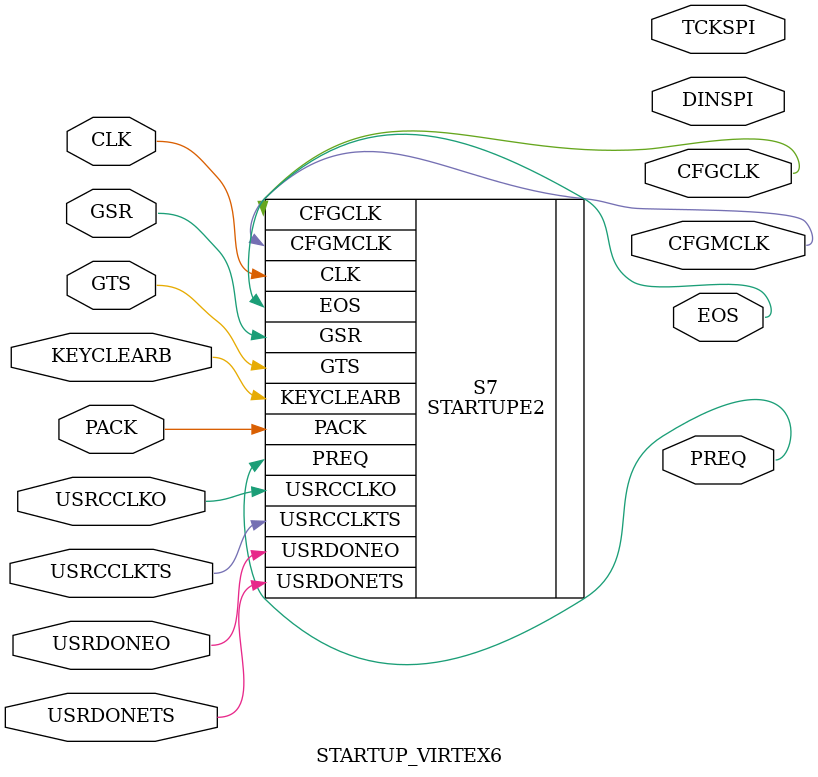
<source format=v>
`timescale 1 ps/1 ps

module STARTUP_VIRTEX6 (       
  CFGCLK,
  CFGMCLK,
  DINSPI,
  EOS,
  PREQ,
  TCKSPI,
  CLK,
  GSR,
  GTS,
  KEYCLEARB,
  PACK,
  USRCCLKO,
  USRCCLKTS,
  USRDONEO,
  USRDONETS
);
  parameter PROG_USR = "FALSE";

  output CFGCLK;
  output CFGMCLK;
  output DINSPI;
  output EOS;
  output PREQ;
  output TCKSPI;

  input CLK;
  input GSR;
  input GTS;
  input KEYCLEARB;
  input PACK;
  input USRCCLKO;
  input USRCCLKTS;
  input USRDONEO;
  input USRDONETS;
  

STARTUPE2 #(.PROG_USR(PROG_USR)) S7 ( .CFGCLK(CFGCLK), .CFGMCLK(CFGMCLK), .EOS(EOS), .PREQ(PREQ), .CLK(CLK), .GSR(GSR), .GTS(GTS), .KEYCLEARB(KEYCLEARB), .PACK(PACK), .USRCCLKO(USRCCLKO), .USRCCLKTS(USRCCLKTS), .USRDONEO(USRDONEO), .USRDONETS(USRDONETS));

endmodule

</source>
